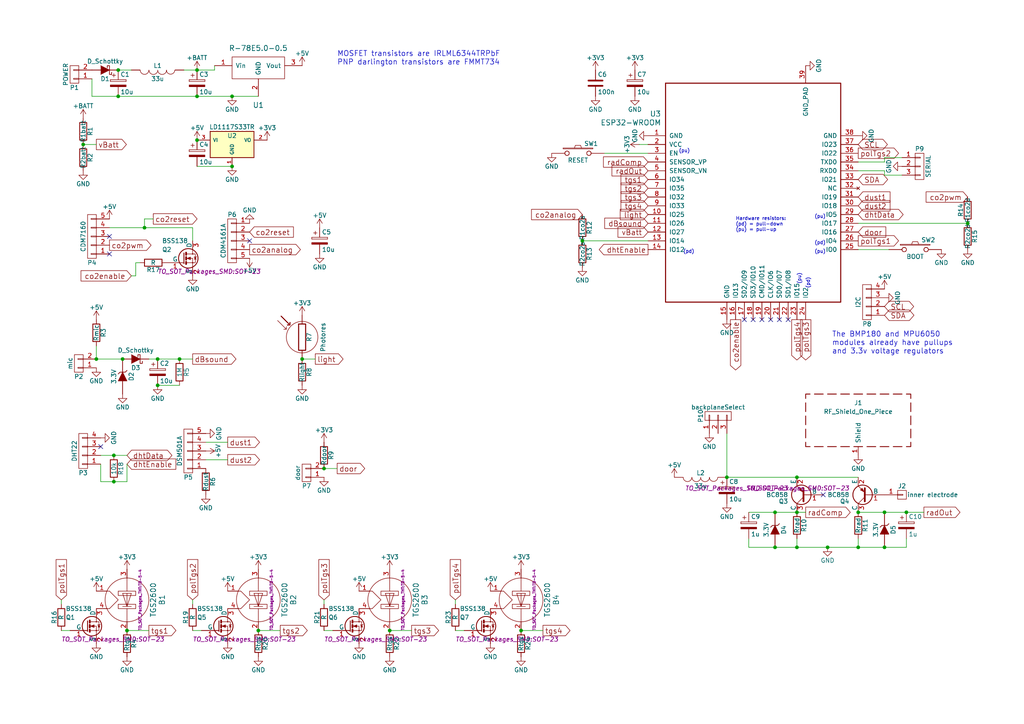
<source format=kicad_sch>
(kicad_sch (version 20230121) (generator eeschema)
  (paper "A4")
  (lib_symbols
    (symbol "uamsense-rescue:+3.3V" (power) (pin_names (offset 0))
      (property "Value" "+3.3V" (at 0 3.556 0))
      (symbol "+3.3V_1_1"
        (pin power_in line (at 0 0 90) (length 0) hide (name "+3V3") (number "1"))
      )
    )
    (symbol "uamsense-rescue:+5V" (power) (pin_names (offset 0))
      (property "Value" "+5V" (at 0 3.556 0))
      (symbol "+5V_1_1"
        (pin power_in line (at 0 0 90) (length 0) hide (name "+5V") (number "1"))
      )
    )
    (symbol "uamsense-rescue:+BATT" (power) (pin_names (offset 0))
      (property "Value" "+BATT" (at 0 3.556 0))
      (symbol "+BATT_1_1"
        (pin power_in line (at 0 0 90) (length 0) hide (name "+BATT") (number "1"))
      )
    )
    (symbol "uamsense-rescue:BC858" (pin_names (offset 0))
      (property "Reference" "Q" (at 5.08 1.905 0))
      (property "Value" "BC858" (at 5.08 0 0))
      (property "Footprint" "SOT-23" (at 5.08 -1.905 0))
      (symbol "BC858_1_1"
        (pin input line (at -5.08 0 0) (length 5.08) (name "B") (number "1"))
        (pin passive line (at 2.54 -5.08 90) (length 2.54) (name "E") (number "2"))
        (pin passive line (at 2.54 5.08 270) (length 2.54) (name "C") (number "3"))
      )
    )
    (symbol "uamsense-rescue:BSS138" (pin_names (offset 0))
      (property "Reference" "Q" (at 5.08 1.905 0))
      (property "Value" "BSS138" (at 5.08 0 0))
      (property "Footprint" "SOT-23" (at 5.08 -1.905 0))
      (symbol "BSS138_1_1"
        (pin passive line (at -5.08 -1.27 0) (length 5.08) (name "G") (number "1"))
        (pin passive line (at 2.54 -5.08 90) (length 2.54) (name "S") (number "2"))
        (pin passive line (at 2.54 5.08 270) (length 2.54) (name "D") (number "3"))
      )
    )
    (symbol "uamsense-rescue:C" (pin_numbers hide) (pin_names (offset 0.254))
      (property "Reference" "C" (at 0.635 2.54 0))
      (property "Value" "C" (at 0.635 -2.54 0))
      (symbol "C_1_1"
        (pin passive line (at 0 3.81 270) (length 2.794) (name "~") (number "1"))
        (pin passive line (at 0 -3.81 90) (length 2.794) (name "~") (number "2"))
      )
    )
    (symbol "uamsense-rescue:CONN_01X01" (pin_names (offset 1.016) hide)
      (property "Reference" "P" (at 0 2.54 0))
      (property "Value" "CONN_01X01" (at 2.54 0 90))
      (symbol "CONN_01X01_1_1"
        (pin passive line (at -5.08 0 0) (length 3.81) (name "P1") (number "1"))
      )
    )
    (symbol "uamsense-rescue:CONN_01X02" (pin_names (offset 1.016) hide)
      (property "Reference" "P" (at 0 3.81 0))
      (property "Value" "CONN_01X02" (at 2.54 0 90))
      (symbol "CONN_01X02_1_1"
        (pin passive line (at -5.08 1.27 0) (length 3.81) (name "P1") (number "1"))
        (pin passive line (at -5.08 -1.27 0) (length 3.81) (name "P2") (number "2"))
      )
    )
    (symbol "uamsense-rescue:CONN_01X03" (pin_names (offset 1.016) hide)
      (property "Reference" "P" (at 0 5.08 0))
      (property "Value" "CONN_01X03" (at 2.54 0 90))
      (symbol "CONN_01X03_1_1"
        (pin passive line (at -5.08 2.54 0) (length 3.81) (name "P1") (number "1"))
        (pin passive line (at -5.08 0 0) (length 3.81) (name "P2") (number "2"))
        (pin passive line (at -5.08 -2.54 0) (length 3.81) (name "P3") (number "3"))
      )
    )
    (symbol "uamsense-rescue:CONN_01X04" (pin_names (offset 1.016) hide)
      (property "Reference" "P" (at 0 6.35 0))
      (property "Value" "CONN_01X04" (at 2.54 0 90))
      (symbol "CONN_01X04_1_1"
        (pin passive line (at -5.08 3.81 0) (length 3.81) (name "P1") (number "1"))
        (pin passive line (at -5.08 1.27 0) (length 3.81) (name "P2") (number "2"))
        (pin passive line (at -5.08 -1.27 0) (length 3.81) (name "P3") (number "3"))
        (pin passive line (at -5.08 -3.81 0) (length 3.81) (name "P4") (number "4"))
      )
    )
    (symbol "uamsense-rescue:CONN_01X05" (pin_names (offset 1.016) hide)
      (property "Reference" "P" (at 0 7.62 0))
      (property "Value" "CONN_01X05" (at 2.54 0 90))
      (symbol "CONN_01X05_1_1"
        (pin passive line (at -5.08 5.08 0) (length 3.81) (name "P1") (number "1"))
        (pin passive line (at -5.08 2.54 0) (length 3.81) (name "P2") (number "2"))
        (pin passive line (at -5.08 0 0) (length 3.81) (name "P3") (number "3"))
        (pin passive line (at -5.08 -2.54 0) (length 3.81) (name "P4") (number "4"))
        (pin passive line (at -5.08 -5.08 0) (length 3.81) (name "P5") (number "5"))
      )
    )
    (symbol "uamsense-rescue:CP" (pin_numbers hide) (pin_names (offset 0.254))
      (property "Reference" "C" (at 0.635 2.54 0))
      (property "Value" "CP" (at 0.635 -2.54 0))
      (symbol "CP_1_1"
        (pin passive line (at 0 3.81 270) (length 2.794) (name "~") (number "1"))
        (pin passive line (at 0 -3.81 90) (length 2.794) (name "~") (number "2"))
      )
    )
    (symbol "uamsense-rescue:D_Schottky" (pin_numbers hide) (pin_names (offset 1.016) hide)
      (property "Reference" "D" (at 0 2.54 0))
      (property "Value" "D_Schottky" (at 0 -2.54 0))
      (symbol "D_Schottky_1_1"
        (pin passive line (at -3.81 0 0) (length 2.54) (name "K") (number "1"))
        (pin passive line (at 3.81 0 180) (length 2.54) (name "A") (number "2"))
      )
    )
    (symbol "uamsense-rescue:ESP32-WROOM" (pin_names (offset 1.016))
      (property "Reference" "U" (at 3.81 6.35 0))
      (property "Value" "ESP32-WROOM" (at 3.81 3.81 0))
      (symbol "ESP32-WROOM_1_1"
        (pin power_in line (at 0 0 0) (length 5.08) (name "GND") (number "1"))
        (pin bidirectional line (at 0 -22.86 0) (length 5.08) (name "IO25") (number "10"))
        (pin input line (at 0 -25.4 0) (length 5.08) (name "IO26") (number "11"))
        (pin bidirectional line (at 0 -27.94 0) (length 5.08) (name "IO27") (number "12"))
        (pin bidirectional line (at 0 -30.48 0) (length 5.08) (name "IO14") (number "13"))
        (pin bidirectional line (at 0 -33.02 0) (length 5.08) (name "IO12") (number "14"))
        (pin power_in line (at 22.86 -53.34 90) (length 5.08) (name "GND") (number "15"))
        (pin bidirectional line (at 25.4 -53.34 90) (length 5.08) (name "IO13") (number "16"))
        (pin bidirectional line (at 27.94 -53.34 90) (length 5.08) (name "SD2/IO9") (number "17"))
        (pin bidirectional line (at 30.48 -53.34 90) (length 5.08) (name "SD3/IO10") (number "18"))
        (pin bidirectional line (at 33.02 -53.34 90) (length 5.08) (name "CMD/IO11") (number "19"))
        (pin power_in line (at 0 -2.54 0) (length 5.08) (name "VCC") (number "2"))
        (pin bidirectional line (at 35.56 -53.34 90) (length 5.08) (name "CLK/IO6") (number "20"))
        (pin bidirectional line (at 38.1 -53.34 90) (length 5.08) (name "SD0/IO7") (number "21"))
        (pin bidirectional line (at 40.64 -53.34 90) (length 5.08) (name "SD1/IO8") (number "22"))
        (pin bidirectional line (at 43.18 -53.34 90) (length 5.08) (name "IO15") (number "23"))
        (pin bidirectional line (at 45.72 -53.34 90) (length 5.08) (name "IO2") (number "24"))
        (pin bidirectional line (at 60.96 -33.02 180) (length 5.08) (name "IO0") (number "25"))
        (pin bidirectional line (at 60.96 -30.48 180) (length 5.08) (name "IO4") (number "26"))
        (pin bidirectional line (at 60.96 -27.94 180) (length 5.08) (name "IO16") (number "27"))
        (pin bidirectional line (at 60.96 -25.4 180) (length 5.08) (name "IO17") (number "28"))
        (pin bidirectional line (at 60.96 -22.86 180) (length 5.08) (name "IO5") (number "29"))
        (pin input line (at 0 -5.08 0) (length 5.08) (name "EN") (number "3"))
        (pin bidirectional line (at 60.96 -20.32 180) (length 5.08) (name "IO18") (number "30"))
        (pin bidirectional line (at 60.96 -17.78 180) (length 5.08) (name "IO19") (number "31"))
        (pin no_connect line (at 60.96 -15.24 180) (length 5.08) (name "NC") (number "32"))
        (pin bidirectional line (at 60.96 -12.7 180) (length 5.08) (name "IO21") (number "33"))
        (pin bidirectional line (at 60.96 -10.16 180) (length 5.08) (name "RXD0") (number "34"))
        (pin bidirectional line (at 60.96 -7.62 180) (length 5.08) (name "TXD0") (number "35"))
        (pin bidirectional line (at 60.96 -5.08 180) (length 5.08) (name "IO22") (number "36"))
        (pin bidirectional line (at 60.96 -2.54 180) (length 5.08) (name "IO23") (number "37"))
        (pin power_in line (at 60.96 0 180) (length 5.08) (name "GND") (number "38"))
        (pin power_in line (at 45.72 20.32 270) (length 5.08) (name "GND_PAD") (number "39"))
        (pin input line (at 0 -7.62 0) (length 5.08) (name "SENSOR_VP") (number "4"))
        (pin input line (at 0 -10.16 0) (length 5.08) (name "SENSOR_VN") (number "5"))
        (pin bidirectional line (at 0 -12.7 0) (length 5.08) (name "IO34") (number "6"))
        (pin bidirectional line (at 0 -15.24 0) (length 5.08) (name "IO35") (number "7"))
        (pin bidirectional line (at 0 -17.78 0) (length 5.08) (name "IO32") (number "8"))
        (pin bidirectional line (at 0 -20.32 0) (length 5.08) (name "IO33") (number "9"))
      )
    )
    (symbol "uamsense-rescue:GND" (power) (pin_names (offset 0))
      (property "Value" "GND" (at 0 -3.81 0))
      (symbol "GND_1_1"
        (pin power_in line (at 0 0 270) (length 0) hide (name "GND") (number "1"))
      )
    )
    (symbol "uamsense-rescue:INDUCTOR" (pin_numbers hide) (pin_names (offset 1.016) hide)
      (property "Reference" "L" (at -1.27 0 90))
      (property "Value" "INDUCTOR" (at 2.54 0 90))
      (symbol "INDUCTOR_1_1"
        (pin passive line (at 0 7.62 270) (length 2.54) (name "1") (number "1"))
        (pin passive line (at 0 -7.62 90) (length 2.54) (name "2") (number "2"))
      )
    )
    (symbol "uamsense-rescue:LD1117S33TR" (pin_names (offset 0.762))
      (property "Reference" "U" (at 0 6.35 0))
      (property "Value" "LD1117S33TR" (at 0 5.08 0))
      (property "Footprint" "SOT-223" (at 0 2.54 0))
      (symbol "LD1117S33TR_1_1"
        (pin power_in line (at 0 -6.35 90) (length 2.54) (name "GND") (number "1"))
        (pin power_out line (at 10.16 1.27 180) (length 3.81) (name "VO") (number "2"))
        (pin power_in line (at -10.16 1.27 0) (length 3.81) (name "VI") (number "3"))
      )
    )
    (symbol "uamsense-rescue:Photores" (pin_numbers hide) (pin_names (offset 0))
      (property "Reference" "R" (at 2.032 0 90))
      (property "Value" "Photores" (at 5.334 0 90))
      (symbol "Photores_1_1"
        (pin passive line (at 0 6.35 270) (length 2.54) (name "~") (number "1"))
        (pin passive line (at 0 -6.35 90) (length 2.54) (name "~") (number "2"))
      )
    )
    (symbol "uamsense-rescue:R" (pin_numbers hide) (pin_names (offset 0))
      (property "Reference" "R" (at 2.032 0 90))
      (property "Value" "R" (at 0 0 90))
      (symbol "R_1_1"
        (pin passive line (at 0 3.81 270) (length 1.27) (name "~") (number "1"))
        (pin passive line (at 0 -3.81 90) (length 1.27) (name "~") (number "2"))
      )
    )
    (symbol "uamsense-rescue:R-78E5.0-0.5" (pin_names (offset 1.016))
      (property "Reference" "U" (at 0 -11.43 0))
      (property "Value" "R-78E5.0-0.5" (at 0 5.08 0))
      (symbol "R-78E5.0-0.5_1_1"
        (pin input line (at -12.7 0 0) (length 5.08) (name "Vin") (number "1"))
        (pin input line (at 0 -8.89 90) (length 5.08) (name "GND") (number "2"))
        (pin input line (at 12.7 0 180) (length 5.08) (name "Vout") (number "3"))
      )
    )
    (symbol "uamsense-rescue:RF_Shield_One_Piece" (pin_names (offset 1.016))
      (property "Reference" "J" (at 0 5.08 0))
      (property "Value" "RF_Shield_One_Piece" (at 0 2.54 0))
      (symbol "RF_Shield_One_Piece_1_1"
        (pin passive line (at 0 -10.16 90) (length 2.54) (name "Shield") (number "1"))
      )
    )
    (symbol "uamsense-rescue:SW_PUSH" (pin_numbers hide) (pin_names (offset 1.016) hide)
      (property "Reference" "SW" (at 3.81 2.794 0))
      (property "Value" "SW_PUSH" (at 0 -2.032 0))
      (symbol "SW_PUSH_0_1"
        (pin passive inverted (at -7.62 0 0) (length 5.08) (name "1") (number "1"))
        (pin passive inverted (at 7.62 0 180) (length 5.08) (name "2") (number "2"))
      )
    )
    (symbol "uamsense-rescue:TGS2600" (pin_names (offset 0) hide)
      (property "Reference" "B" (at 0 10.16 0))
      (property "Value" "TGS2600" (at 0 7.62 0))
      (property "Footprint" "Pkg" (at 3.81 -6.35 0))
      (symbol "TGS2600_1_1"
        (pin input line (at -2.54 -8.89 90) (length 3.175) (name "~") (number "1"))
        (pin input line (at 8.89 0 180) (length 2.54) (name "-") (number "2"))
        (pin input line (at -8.89 0 0) (length 2.54) (name "~") (number "3"))
        (pin input line (at 2.54 -8.89 90) (length 3.175) (name "~") (number "4"))
      )
    )
    (symbol "uamsense-rescue:ZENER" (pin_numbers hide) (pin_names (offset 1.016) hide)
      (property "Reference" "D" (at 0 2.54 0))
      (property "Value" "ZENER" (at 0 -2.54 0))
      (symbol "ZENER_1_1"
        (pin passive line (at -5.08 0 0) (length 3.81) (name "K") (number "1"))
        (pin passive line (at 5.08 0 180) (length 3.81) (name "A") (number "2"))
      )
    )
  )
  (junction (at 45.72 104.14))
  (junction (at 87.63 104.14))
  (junction (at 34.29 20.32))
  (junction (at 210.82 138.43))
  (junction (at 231.14 158.75))
  (junction (at 248.92 148.59))
  (junction (at 33.02 139.7))
  (junction (at 151.13 182.88))
  (junction (at 67.31 48.26))
  (junction (at 248.92 158.75))
  (junction (at 240.03 158.75))
  (junction (at 41.91 66.04))
  (junction (at 35.56 104.14))
  (junction (at 231.14 138.43))
  (junction (at 34.29 27.94))
  (junction (at 36.83 182.88))
  (junction (at 24.13 41.91))
  (junction (at 33.02 132.08))
  (junction (at 57.15 40.64))
  (junction (at 256.54 158.75))
  (junction (at 45.72 111.76))
  (junction (at 280.67 64.77))
  (junction (at 52.07 104.14))
  (junction (at 168.91 69.85))
  (junction (at 57.15 27.94))
  (junction (at 93.98 135.89))
  (junction (at 256.54 148.59))
  (junction (at 262.89 148.59))
  (junction (at 27.94 104.14))
  (junction (at 224.79 148.59))
  (junction (at 74.93 182.88))
  (junction (at 113.03 182.88))
  (junction (at 57.15 20.32))
  (junction (at 67.31 27.94))
  (junction (at 224.79 158.75))
  (junction (at 231.14 148.59))
  (no_connect (at 238.76 143.51))
  (no_connect (at 220.98 92.71))
  (no_connect (at 31.75 73.66))
  (no_connect (at 72.39 69.85))
  (no_connect (at 223.52 92.71))
  (no_connect (at 215.9 92.71))
  (no_connect (at 29.21 129.54))
  (no_connect (at 228.6 92.71))
  (no_connect (at 218.44 92.71))
  (no_connect (at 226.06 92.71))
  (no_connect (at 31.75 68.58))
  (wire (pts (xy 66.04 133.35) (xy 59.69 133.35)))
  (wire (pts (xy 57.15 48.26) (xy 67.31 48.26)))
  (wire (pts (xy 262.89 158.75) (xy 262.89 156.21)))
  (wire (pts (xy 17.78 175.26) (xy 17.78 173.99)))
  (wire (pts (xy 261.62 50.8) (xy 256.54 50.8)))
  (wire (pts (xy 55.88 175.26) (xy 55.88 173.99)))
  (wire (pts (xy 248.92 148.59) (xy 256.54 148.59)))
  (wire (pts (xy 231.14 158.75) (xy 240.03 158.75)))
  (wire (pts (xy 27.94 41.91) (xy 24.13 41.91)))
  (wire (pts (xy 217.17 158.75) (xy 224.79 158.75)))
  (wire (pts (xy 132.08 175.26) (xy 132.08 173.99)))
  (wire (pts (xy 248.92 46.99) (xy 256.54 46.99)))
  (wire (pts (xy 256.54 49.53) (xy 248.92 49.53)))
  (wire (pts (xy 58.42 182.88) (xy 55.88 182.88)))
  (wire (pts (xy 210.82 138.43) (xy 231.14 138.43)))
  (wire (pts (xy 55.88 66.04) (xy 55.88 69.85)))
  (wire (pts (xy 34.29 20.32) (xy 38.1 20.32)))
  (wire (pts (xy 62.23 20.32) (xy 62.23 19.05)))
  (wire (pts (xy 52.07 104.14) (xy 55.88 104.14)))
  (wire (pts (xy 29.21 132.08) (xy 33.02 132.08)))
  (wire (pts (xy 33.02 132.08) (xy 36.83 132.08)))
  (wire (pts (xy 256.54 50.8) (xy 256.54 49.53)))
  (wire (pts (xy 29.21 134.62) (xy 29.21 139.7)))
  (wire (pts (xy 262.89 148.59) (xy 267.97 148.59)))
  (wire (pts (xy 41.91 63.5) (xy 41.91 66.04)))
  (wire (pts (xy 34.29 27.94) (xy 57.15 27.94)))
  (wire (pts (xy 217.17 148.59) (xy 224.79 148.59)))
  (wire (pts (xy 20.32 182.88) (xy 17.78 182.88)))
  (wire (pts (xy 248.92 72.39) (xy 257.81 72.39)))
  (wire (pts (xy 256.54 45.72) (xy 261.62 45.72)))
  (wire (pts (xy 224.79 148.59) (xy 231.14 148.59)))
  (wire (pts (xy 231.14 148.59) (xy 233.68 148.59)))
  (wire (pts (xy 38.1 80.01) (xy 39.37 80.01)))
  (wire (pts (xy 217.17 158.75) (xy 217.17 156.21)))
  (wire (pts (xy 39.37 80.01) (xy 39.37 76.2)))
  (wire (pts (xy 57.15 27.94) (xy 67.31 27.94)))
  (wire (pts (xy 53.34 20.32) (xy 57.15 20.32)))
  (wire (pts (xy 43.18 104.14) (xy 45.72 104.14)))
  (wire (pts (xy 45.72 104.14) (xy 52.07 104.14)))
  (wire (pts (xy 31.75 66.04) (xy 41.91 66.04)))
  (wire (pts (xy 157.48 182.88) (xy 151.13 182.88)))
  (wire (pts (xy 93.98 175.26) (xy 93.98 173.99)))
  (wire (pts (xy 39.37 76.2) (xy 40.64 76.2)))
  (wire (pts (xy 187.96 69.85) (xy 168.91 69.85)))
  (wire (pts (xy 224.79 158.75) (xy 231.14 158.75)))
  (wire (pts (xy 44.45 63.5) (xy 41.91 63.5)))
  (wire (pts (xy 67.31 27.94) (xy 74.93 27.94)))
  (wire (pts (xy 187.96 44.45) (xy 175.26 44.45)))
  (wire (pts (xy 248.92 156.21) (xy 248.92 158.75)))
  (wire (pts (xy 26.67 27.94) (xy 34.29 27.94)))
  (wire (pts (xy 231.14 138.43) (xy 248.92 138.43)))
  (wire (pts (xy 134.62 182.88) (xy 132.08 182.88)))
  (wire (pts (xy 210.82 138.43) (xy 210.82 125.73)))
  (wire (pts (xy 248.92 64.77) (xy 280.67 64.77)))
  (wire (pts (xy 240.03 158.75) (xy 248.92 158.75)))
  (wire (pts (xy 41.91 66.04) (xy 55.88 66.04)))
  (wire (pts (xy 96.52 182.88) (xy 93.98 182.88)))
  (wire (pts (xy 91.44 104.14) (xy 87.63 104.14)))
  (wire (pts (xy 26.67 22.86) (xy 26.67 27.94)))
  (wire (pts (xy 57.15 20.32) (xy 62.23 20.32)))
  (wire (pts (xy 256.54 158.75) (xy 262.89 158.75)))
  (wire (pts (xy 256.54 148.59) (xy 262.89 148.59)))
  (wire (pts (xy 97.79 135.89) (xy 93.98 135.89)))
  (wire (pts (xy 33.02 139.7) (xy 36.83 139.7)))
  (wire (pts (xy 81.28 182.88) (xy 74.93 182.88)))
  (wire (pts (xy 231.14 156.21) (xy 231.14 158.75)))
  (wire (pts (xy 185.42 41.91) (xy 187.96 41.91)))
  (wire (pts (xy 119.38 182.88) (xy 113.03 182.88)))
  (wire (pts (xy 36.83 139.7) (xy 36.83 134.62)))
  (wire (pts (xy 43.18 182.88) (xy 36.83 182.88)))
  (wire (pts (xy 59.69 128.27) (xy 66.04 128.27)))
  (wire (pts (xy 29.21 139.7) (xy 33.02 139.7)))
  (wire (pts (xy 27.94 104.14) (xy 35.56 104.14)))
  (wire (pts (xy 248.92 158.75) (xy 256.54 158.75)))
  (wire (pts (xy 256.54 46.99) (xy 256.54 45.72)))
  (wire (pts (xy 52.07 111.76) (xy 45.72 111.76)))
  (wire (pts (xy 27.94 100.33) (xy 27.94 104.14)))
  (text "Hardware resistors:\n(pd) = pull-down\n(pu) = pull-up" (at 213.36 67.31 0) (effects (font (size 0.9906 0.9906)) (justify left bottom)))
  (text "(pu)" (at 236.22 63.5 0) (effects (font (size 0.9906 0.9906)) (justify left bottom)))
  (text "The BMP180 and MPU6050\nmodules already have pullups\nand 3.3v voltage regulators" (at 241.3 102.87 0) (effects (font (size 1.524 1.524)) (justify left bottom)))
  (text "(pu)" (at 232.41 82.55 90) (effects (font (size 0.9906 0.9906)) (justify left bottom)))
  (text "(pu)" (at 236.22 73.66 0) (effects (font (size 0.9906 0.9906)) (justify left bottom)))
  (text "(pd)" (at 236.22 71.12 0) (effects (font (size 0.9906 0.9906)) (justify left bottom)))
  (text "MOSFET transistors are IRLML6344TRPbF\nPNP darlington transistors are FMMT734" (at 97.79 19.05 0) (effects (font (size 1.524 1.524)) (justify left bottom)))
  (text "(pd)" (at 234.95 83.82 90) (effects (font (size 0.9906 0.9906)) (justify left bottom)))
  (text "(pu)" (at 196.85 44.45 0) (effects (font (size 0.9906 0.9906)) (justify left bottom)))
  (text "(pd)" (at 198.12 73.66 0) (effects (font (size 0.9906 0.9906)) (justify left bottom)))
  (global_label "polTgs3" (shape output) (at 233.68 92.71 270) (effects (font (size 1.524 1.524))) (property "Intersheetrefs" "${INTERSHEET_REFS}" (effects hide)))
  (global_label "radComp" (shape input) (at 187.96 46.99 180) (effects (font (size 1.524 1.524))) (property "Intersheetrefs" "${INTERSHEET_REFS}" (effects hide)))
  (global_label "dhtData" (shape bidirectional) (at 248.92 62.23 0) (effects (font (size 1.524 1.524))) (property "Intersheetrefs" "${INTERSHEET_REFS}" (effects hide)))
  (global_label "dust1" (shape input) (at 248.92 57.15 0) (effects (font (size 1.524 1.524))) (property "Intersheetrefs" "${INTERSHEET_REFS}" (effects hide)))
  (global_label "tgs2" (shape input) (at 187.96 54.61 180) (effects (font (size 1.524 1.524))) (property "Intersheetrefs" "${INTERSHEET_REFS}" (effects hide)))
  (global_label "co2analog" (shape output) (at 72.39 72.39 0) (effects (font (size 1.524 1.524))) (property "Intersheetrefs" "${INTERSHEET_REFS}" (effects hide)))
  (global_label "dust2" (shape output) (at 66.04 133.35 0) (effects (font (size 1.524 1.524))) (property "Intersheetrefs" "${INTERSHEET_REFS}" (effects hide)))
  (global_label "vBatt" (shape input) (at 187.96 67.31 180) (effects (font (size 1.524 1.524))) (property "Intersheetrefs" "${INTERSHEET_REFS}" (effects hide)))
  (global_label "co2pwm" (shape output) (at 31.75 71.12 0) (effects (font (size 1.524 1.524))) (property "Intersheetrefs" "${INTERSHEET_REFS}" (effects hide)))
  (global_label "radComp" (shape output) (at 233.68 148.59 0) (effects (font (size 1.524 1.524))) (property "Intersheetrefs" "${INTERSHEET_REFS}" (effects hide)))
  (global_label "tgs3" (shape output) (at 119.38 182.88 0) (effects (font (size 1.524 1.524))) (property "Intersheetrefs" "${INTERSHEET_REFS}" (effects hide)))
  (global_label "tgs4" (shape output) (at 157.48 182.88 0) (effects (font (size 1.524 1.524))) (property "Intersheetrefs" "${INTERSHEET_REFS}" (effects hide)))
  (global_label "door" (shape output) (at 97.79 135.89 0) (effects (font (size 1.524 1.524))) (property "Intersheetrefs" "${INTERSHEET_REFS}" (effects hide)))
  (global_label "co2reset" (shape input) (at 72.39 67.31 0) (effects (font (size 1.524 1.524))) (property "Intersheetrefs" "${INTERSHEET_REFS}" (effects hide)))
  (global_label "SDA" (shape bidirectional) (at 256.54 91.44 0) (effects (font (size 1.524 1.524))) (property "Intersheetrefs" "${INTERSHEET_REFS}" (effects hide)))
  (global_label "tgs2" (shape output) (at 81.28 182.88 0) (effects (font (size 1.524 1.524))) (property "Intersheetrefs" "${INTERSHEET_REFS}" (effects hide)))
  (global_label "dBsound" (shape output) (at 55.88 104.14 0) (effects (font (size 1.524 1.524))) (property "Intersheetrefs" "${INTERSHEET_REFS}" (effects hide)))
  (global_label "polTgs2" (shape output) (at 248.92 44.45 0) (effects (font (size 1.524 1.524))) (property "Intersheetrefs" "${INTERSHEET_REFS}" (effects hide)))
  (global_label "tgs3" (shape input) (at 187.96 57.15 180) (effects (font (size 1.524 1.524))) (property "Intersheetrefs" "${INTERSHEET_REFS}" (effects hide)))
  (global_label "radOut" (shape input) (at 187.96 49.53 180) (effects (font (size 1.524 1.524))) (property "Intersheetrefs" "${INTERSHEET_REFS}" (effects hide)))
  (global_label "polTgs3" (shape input) (at 93.98 173.99 90) (effects (font (size 1.524 1.524))) (property "Intersheetrefs" "${INTERSHEET_REFS}" (effects hide)))
  (global_label "dhtEnable" (shape output) (at 187.96 72.39 180) (effects (font (size 1.524 1.524))) (property "Intersheetrefs" "${INTERSHEET_REFS}" (effects hide)))
  (global_label "co2enable" (shape input) (at 38.1 80.01 180) (effects (font (size 1.524 1.524))) (property "Intersheetrefs" "${INTERSHEET_REFS}" (effects hide)))
  (global_label "tgs1" (shape output) (at 43.18 182.88 0) (effects (font (size 1.524 1.524))) (property "Intersheetrefs" "${INTERSHEET_REFS}" (effects hide)))
  (global_label "polTgs4" (shape output) (at 231.14 92.71 270) (effects (font (size 1.524 1.524))) (property "Intersheetrefs" "${INTERSHEET_REFS}" (effects hide)))
  (global_label "dhtData" (shape bidirectional) (at 36.83 132.08 0) (effects (font (size 1.524 1.524))) (property "Intersheetrefs" "${INTERSHEET_REFS}" (effects hide)))
  (global_label "polTgs1" (shape output) (at 248.92 69.85 0) (effects (font (size 1.524 1.524))) (property "Intersheetrefs" "${INTERSHEET_REFS}" (effects hide)))
  (global_label "polTgs4" (shape input) (at 132.08 173.99 90) (effects (font (size 1.524 1.524))) (property "Intersheetrefs" "${INTERSHEET_REFS}" (effects hide)))
  (global_label "polTgs2" (shape input) (at 55.88 173.99 90) (effects (font (size 1.524 1.524))) (property "Intersheetrefs" "${INTERSHEET_REFS}" (effects hide)))
  (global_label "SCL" (shape bidirectional) (at 248.92 41.91 0) (effects (font (size 1.524 1.524))) (property "Intersheetrefs" "${INTERSHEET_REFS}" (effects hide)))
  (global_label "tgs4" (shape input) (at 187.96 59.69 180) (effects (font (size 1.524 1.524))) (property "Intersheetrefs" "${INTERSHEET_REFS}" (effects hide)))
  (global_label "dust1" (shape output) (at 66.04 128.27 0) (effects (font (size 1.524 1.524))) (property "Intersheetrefs" "${INTERSHEET_REFS}" (effects hide)))
  (global_label "co2enable" (shape output) (at 213.36 92.71 270) (effects (font (size 1.524 1.524))) (property "Intersheetrefs" "${INTERSHEET_REFS}" (effects hide)))
  (global_label "door" (shape input) (at 248.92 67.31 0) (effects (font (size 1.524 1.524))) (property "Intersheetrefs" "${INTERSHEET_REFS}" (effects hide)))
  (global_label "dust2" (shape input) (at 248.92 59.69 0) (effects (font (size 1.524 1.524))) (property "Intersheetrefs" "${INTERSHEET_REFS}" (effects hide)))
  (global_label "dhtEnable" (shape input) (at 36.83 134.62 0) (effects (font (size 1.524 1.524))) (property "Intersheetrefs" "${INTERSHEET_REFS}" (effects hide)))
  (global_label "light" (shape input) (at 187.96 62.23 180) (effects (font (size 1.524 1.524))) (property "Intersheetrefs" "${INTERSHEET_REFS}" (effects hide)))
  (global_label "co2analog" (shape input) (at 168.91 62.23 180) (effects (font (size 1.524 1.524))) (property "Intersheetrefs" "${INTERSHEET_REFS}" (effects hide)))
  (global_label "SDA" (shape bidirectional) (at 248.92 52.07 0) (effects (font (size 1.524 1.524))) (property "Intersheetrefs" "${INTERSHEET_REFS}" (effects hide)))
  (global_label "light" (shape output) (at 91.44 104.14 0) (effects (font (size 1.524 1.524))) (property "Intersheetrefs" "${INTERSHEET_REFS}" (effects hide)))
  (global_label "co2reset" (shape output) (at 44.45 63.5 0) (effects (font (size 1.524 1.524))) (property "Intersheetrefs" "${INTERSHEET_REFS}" (effects hide)))
  (global_label "polTgs1" (shape input) (at 17.78 173.99 90) (effects (font (size 1.524 1.524))) (property "Intersheetrefs" "${INTERSHEET_REFS}" (effects hide)))
  (global_label "co2pwm" (shape input) (at 280.67 57.15 180) (effects (font (size 1.524 1.524))) (property "Intersheetrefs" "${INTERSHEET_REFS}" (effects hide)))
  (global_label "tgs1" (shape input) (at 187.96 52.07 180) (effects (font (size 1.524 1.524))) (property "Intersheetrefs" "${INTERSHEET_REFS}" (effects hide)))
  (global_label "vBatt" (shape output) (at 27.94 41.91 0) (effects (font (size 1.524 1.524))) (property "Intersheetrefs" "${INTERSHEET_REFS}" (effects hide)))
  (global_label "SCL" (shape bidirectional) (at 256.54 88.9 0) (effects (font (size 1.524 1.524))) (property "Intersheetrefs" "${INTERSHEET_REFS}" (effects hide)))
  (global_label "dBsound" (shape input) (at 187.96 64.77 180) (effects (font (size 1.524 1.524))) (property "Intersheetrefs" "${INTERSHEET_REFS}" (effects hide)))
  (global_label "radOut" (shape output) (at 267.97 148.59 0) (effects (font (size 1.524 1.524))) (property "Intersheetrefs" "${INTERSHEET_REFS}" (effects hide)))
  (symbol (lib_id "uamsense-rescue:LD1117S33TR") (at 67.31 41.91 0) (unit 1)
    (property "Reference" "U2" (at 67.31 39.37 0))
    (property "Value" "LD1117S33TR" (at 67.31 36.83 0))
    (property "Footprint" "TO_SOT_Packages_SMD:SOT-223" (effects hide))
  )
  (symbol (lib_id "uamsense-rescue:ESP32-WROOM") (at 187.96 39.37 0) (unit 1)
    (property "Reference" "U3" (at 191.77 33.02 0) (effects (font (size 1.524 1.524)) (justify right)))
    (property "Value" "ESP32-WROOM" (at 191.77 35.56 0) (effects (font (size 1.524 1.524)) (justify right)))
    (property "Footprint" "esp32:ESP32-WROOM" (effects hide))
  )
  (symbol (lib_id "uamsense-rescue:TGS2600") (at 36.83 173.99 270) (unit 1)
    (property "Reference" "B1" (at 46.99 173.99 0) (effects (font (size 1.524 1.524))))
    (property "Value" "TGS2600" (at 44.45 173.99 0) (effects (font (size 1.524 1.524))))
    (property "Footprint" "TO_SOT_Packages_THT:TO-5-4" (at 40.64 165.1 0) (effects (font (size 0.762 0.762)) (justify left)))
  )
  (symbol (lib_id "uamsense-rescue:RF_Shield_One_Piece") (at 248.92 121.92 0) (unit 1)
    (property "Reference" "J1" (at 248.92 116.84 0))
    (property "Value" "RF_Shield_One_Piece" (at 248.92 119.38 0))
    (property "Footprint" "Shielding_Cabinets:Laird_Technologies_BMI-S-107_44.37x44.37mm" (effects hide))
  )
  (symbol (lib_id "uamsense-rescue:BSS138") (at 25.4 181.61 0) (unit 1)
    (property "Reference" "Q1" (at 19.05 179.07 0) (effects (justify left)))
    (property "Value" "BSS138" (at 19.05 176.53 0) (effects (justify left)))
    (property "Footprint" "TO_SOT_Packages_SMD:SOT-23" (at 17.78 185.42 0) (effects (font italic) (justify left)))
  )
  (symbol (lib_id "uamsense-rescue:CONN_01X04") (at 251.46 87.63 180) (unit 1)
    (property "Reference" "P8" (at 251.46 93.98 0))
    (property "Value" "I2C" (at 248.92 87.63 90))
    (property "Footprint" "Socket_Strips:Socket_Strip_Straight_1x04_Pitch2.54mm" (effects hide))
  )
  (symbol (lib_id "uamsense-rescue:CONN_01X05") (at 26.67 68.58 180) (unit 1)
    (property "Reference" "P4" (at 26.67 76.2 0))
    (property "Value" "CDM7160" (at 24.13 68.58 90))
    (property "Footprint" "Socket_Strips:Socket_Strip_Straight_1x05_Pitch2.54mm" (effects hide))
  )
  (symbol (lib_id "uamsense-rescue:CONN_01X02") (at 21.59 21.59 180) (unit 1)
    (property "Reference" "P1" (at 21.59 25.4 0))
    (property "Value" "POWER" (at 19.05 21.59 90))
    (property "Footprint" "Terminal_Blocks:TerminalBlock_Pheonix_MPT-2.54mm_2pol" (effects hide))
  )
  (symbol (lib_id "uamsense-rescue:CONN_01X02") (at 88.9 137.16 180) (unit 1)
    (property "Reference" "P7" (at 88.9 140.97 0))
    (property "Value" "door" (at 86.36 137.16 90))
    (property "Footprint" "Terminal_Blocks:TerminalBlock_Pheonix_MPT-2.54mm_2pol" (effects hide))
  )
  (symbol (lib_id "uamsense-rescue:CONN_01X02") (at 22.86 105.41 180) (unit 1)
    (property "Reference" "P2" (at 22.86 109.22 0))
    (property "Value" "mic" (at 20.32 105.41 90))
    (property "Footprint" "Socket_Strips:Socket_Strip_Straight_1x02_Pitch2.54mm" (effects hide))
  )
  (symbol (lib_id "uamsense-rescue:+5V") (at 27.94 92.71 0) (unit 1)
    (property "Reference" "#PWR01" (effects hide))
    (property "Value" "+5V" (at 27.94 89.154 0))
  )
  (symbol (lib_id "uamsense-rescue:R") (at 27.94 96.52 0) (unit 1)
    (property "Reference" "R3" (at 29.972 96.52 90))
    (property "Value" "Rmic" (at 27.94 96.52 90))
    (property "Footprint" "Resistors_SMD:R_0805" (effects hide))
  )
  (symbol (lib_id "uamsense-rescue:GND") (at 27.94 106.68 0) (unit 1)
    (property "Reference" "#PWR02" (effects hide))
    (property "Value" "GND" (at 27.94 110.49 0))
  )
  (symbol (lib_id "uamsense-rescue:GND") (at 45.72 111.76 0) (unit 1)
    (property "Reference" "#PWR03" (effects hide))
    (property "Value" "GND" (at 45.72 115.57 0))
  )
  (symbol (lib_id "uamsense-rescue:R") (at 52.07 107.95 0) (unit 1)
    (property "Reference" "R5" (at 54.102 107.95 90))
    (property "Value" "1M" (at 52.07 107.95 90))
    (property "Footprint" "Resistors_SMD:R_0805" (effects hide))
  )
  (symbol (lib_id "uamsense-rescue:CP") (at 45.72 107.95 0) (unit 1)
    (property "Reference" "C2" (at 46.355 105.41 0) (effects (justify left)))
    (property "Value" "10u" (at 46.355 110.49 0) (effects (justify left)))
    (property "Footprint" "Capacitors_SMD:C_1206" (effects hide))
  )
  (symbol (lib_id "uamsense-rescue:ZENER") (at 35.56 109.22 270) (unit 1)
    (property "Reference" "D2" (at 38.1 109.22 0))
    (property "Value" "3.3V" (at 33.02 109.22 0))
    (property "Footprint" "Diodes_SMD:D_1206" (effects hide))
  )
  (symbol (lib_id "uamsense-rescue:GND") (at 35.56 114.3 0) (unit 1)
    (property "Reference" "#PWR04" (effects hide))
    (property "Value" "GND" (at 35.56 118.11 0))
  )
  (symbol (lib_id "uamsense-rescue:CONN_01X05") (at 54.61 130.81 180) (unit 1)
    (property "Reference" "P5" (at 54.61 138.43 0))
    (property "Value" "DSM501A" (at 52.07 130.81 90))
    (property "Footprint" "Socket_Strips:Socket_Strip_Straight_1x05_Pitch2.54mm" (effects hide))
  )
  (symbol (lib_id "uamsense-rescue:CP") (at 34.29 24.13 0) (unit 1)
    (property "Reference" "C1" (at 34.925 21.59 0) (effects (justify left)))
    (property "Value" "10u" (at 34.925 26.67 0) (effects (justify left)))
    (property "Footprint" "Capacitors_SMD:C_1206" (effects hide))
  )
  (symbol (lib_id "uamsense-rescue:CP") (at 57.15 24.13 0) (unit 1)
    (property "Reference" "C3" (at 57.785 21.59 0) (effects (justify left)))
    (property "Value" "10u" (at 57.785 26.67 0) (effects (justify left)))
    (property "Footprint" "Capacitors_SMD:C_1206" (effects hide))
  )
  (symbol (lib_id "uamsense-rescue:INDUCTOR") (at 45.72 20.32 270) (unit 1)
    (property "Reference" "L1" (at 45.72 19.05 90))
    (property "Value" "33u" (at 45.72 22.86 90))
    (property "Footprint" "Inductors_NEOSID:Neosid_Inductor_SM-NE30_SMD1210" (effects hide))
  )
  (symbol (lib_id "uamsense-rescue:GND") (at 67.31 27.94 0) (unit 1)
    (property "Reference" "#PWR05" (effects hide))
    (property "Value" "GND" (at 67.31 31.75 0))
  )
  (symbol (lib_id "uamsense-rescue:+5V") (at 87.63 19.05 0) (unit 1)
    (property "Reference" "#PWR06" (effects hide))
    (property "Value" "+5V" (at 87.63 15.494 0))
  )
  (symbol (lib_id "uamsense-rescue:CP") (at 57.15 44.45 0) (unit 1)
    (property "Reference" "C4" (at 57.785 41.91 0) (effects (justify left)))
    (property "Value" "10u" (at 57.785 46.99 0) (effects (justify left)))
    (property "Footprint" "Capacitors_SMD:C_1206" (effects hide))
  )
  (symbol (lib_id "uamsense-rescue:CP") (at 184.15 24.13 0) (unit 1)
    (property "Reference" "C7" (at 184.785 21.59 0) (effects (justify left)))
    (property "Value" "10u" (at 184.785 26.67 0) (effects (justify left)))
    (property "Footprint" "Capacitors_SMD:C_1206" (effects hide))
  )
  (symbol (lib_id "uamsense-rescue:+3.3V") (at 184.15 20.32 0) (unit 1)
    (property "Reference" "#PWR07" (effects hide))
    (property "Value" "+3.3V" (at 184.15 16.764 0))
  )
  (symbol (lib_id "uamsense-rescue:GND") (at 184.15 27.94 0) (unit 1)
    (property "Reference" "#PWR08" (effects hide))
    (property "Value" "GND" (at 184.15 31.75 0))
  )
  (symbol (lib_id "uamsense-rescue:GND") (at 187.96 39.37 270) (unit 1)
    (property "Reference" "#PWR09" (effects hide))
    (property "Value" "GND" (at 184.15 39.37 0))
  )
  (symbol (lib_id "uamsense-rescue:+3.3V") (at 185.42 41.91 90) (unit 1)
    (property "Reference" "#PWR010" (effects hide))
    (property "Value" "+3.3V" (at 181.864 41.91 0))
  )
  (symbol (lib_id "uamsense-rescue:GND") (at 67.31 48.26 0) (unit 1)
    (property "Reference" "#PWR011" (effects hide))
    (property "Value" "GND" (at 67.31 52.07 0))
  )
  (symbol (lib_id "uamsense-rescue:+5V") (at 57.15 40.64 0) (unit 1)
    (property "Reference" "#PWR012" (effects hide))
    (property "Value" "+5V" (at 57.15 37.084 0))
  )
  (symbol (lib_id "uamsense-rescue:+3.3V") (at 77.47 40.64 0) (unit 1)
    (property "Reference" "#PWR013" (effects hide))
    (property "Value" "+3.3V" (at 77.47 37.084 0))
  )
  (symbol (lib_id "uamsense-rescue:+5V") (at 27.94 171.45 0) (unit 1)
    (property "Reference" "#PWR014" (effects hide))
    (property "Value" "+5V" (at 27.94 167.894 0))
  )
  (symbol (lib_id "uamsense-rescue:R") (at 36.83 186.69 0) (unit 1)
    (property "Reference" "R4" (at 38.862 186.69 90))
    (property "Value" "Rtgs" (at 36.83 186.69 90))
    (property "Footprint" "Resistors_Universal:Resistor_SMD+THTuniversal_0805to1206_RM10_HandSoldering" (effects hide))
  )
  (symbol (lib_id "uamsense-rescue:GND") (at 36.83 190.5 0) (unit 1)
    (property "Reference" "#PWR015" (effects hide))
    (property "Value" "GND" (at 36.83 194.31 0))
  )
  (symbol (lib_id "uamsense-rescue:GND") (at 27.94 186.69 0) (unit 1)
    (property "Reference" "#PWR016" (effects hide))
    (property "Value" "GND" (at 27.94 190.5 0))
  )
  (symbol (lib_id "uamsense-rescue:BSS138") (at 53.34 74.93 0) (unit 1)
    (property "Reference" "Q2" (at 46.99 72.39 0) (effects (justify left)))
    (property "Value" "BSS138" (at 46.99 69.85 0) (effects (justify left)))
    (property "Footprint" "TO_SOT_Packages_SMD:SOT-23" (at 45.72 78.74 0) (effects (font italic) (justify left)))
  )
  (symbol (lib_id "uamsense-rescue:CONN_01X04") (at 24.13 130.81 180) (unit 1)
    (property "Reference" "P3" (at 24.13 137.16 0))
    (property "Value" "DHT22" (at 21.59 130.81 90))
    (property "Footprint" "Socket_Strips:Socket_Strip_Straight_1x04_Pitch2.54mm" (effects hide))
  )
  (symbol (lib_id "uamsense-rescue:CONN_01X05") (at 67.31 69.85 0) (mirror y) (unit 1)
    (property "Reference" "P6" (at 67.31 62.23 0))
    (property "Value" "CDM4161A" (at 64.77 69.85 90))
    (property "Footprint" "Socket_Strips:Socket_Strip_Angled_1x05_Pitch2.54mm" (effects hide))
  )
  (symbol (lib_id "uamsense-rescue:+5V") (at 72.39 74.93 180) (unit 1)
    (property "Reference" "#PWR017" (effects hide))
    (property "Value" "+5V" (at 72.39 78.486 0))
  )
  (symbol (lib_id "uamsense-rescue:GND") (at 72.39 64.77 180) (unit 1)
    (property "Reference" "#PWR018" (effects hide))
    (property "Value" "GND" (at 72.39 60.96 0))
  )
  (symbol (lib_id "uamsense-rescue:R") (at 59.69 139.7 0) (unit 1)
    (property "Reference" "R6" (at 61.722 139.7 90))
    (property "Value" "Rdust" (at 59.69 139.7 90))
    (property "Footprint" "Resistors_SMD:R_0805" (effects hide))
  )
  (symbol (lib_id "uamsense-rescue:GND") (at 59.69 143.51 0) (unit 1)
    (property "Reference" "#PWR019" (effects hide))
    (property "Value" "GND" (at 59.69 147.32 0))
  )
  (symbol (lib_id "uamsense-rescue:GND") (at 59.69 125.73 90) (unit 1)
    (property "Reference" "#PWR020" (effects hide))
    (property "Value" "GND" (at 63.5 125.73 0))
  )
  (symbol (lib_id "uamsense-rescue:+5V") (at 59.69 130.81 270) (unit 1)
    (property "Reference" "#PWR021" (effects hide))
    (property "Value" "+5V" (at 63.246 130.81 0))
  )
  (symbol (lib_id "uamsense-rescue:+5V") (at 31.75 63.5 0) (unit 1)
    (property "Reference" "#PWR022" (effects hide))
    (property "Value" "+5V" (at 31.75 59.944 0))
  )
  (symbol (lib_id "uamsense-rescue:GND") (at 55.88 80.01 0) (unit 1)
    (property "Reference" "#PWR023" (effects hide))
    (property "Value" "GND" (at 55.88 83.82 0))
  )
  (symbol (lib_id "uamsense-rescue:GND") (at 29.21 127 90) (unit 1)
    (property "Reference" "#PWR024" (effects hide))
    (property "Value" "GND" (at 33.02 127 0))
  )
  (symbol (lib_id "uamsense-rescue:R") (at 93.98 132.08 0) (unit 1)
    (property "Reference" "R9" (at 96.012 132.08 90))
    (property "Value" "Rdoor" (at 93.98 132.08 90))
    (property "Footprint" "Resistors_SMD:R_0805" (effects hide))
  )
  (symbol (lib_id "uamsense-rescue:+3.3V") (at 93.98 128.27 0) (unit 1)
    (property "Reference" "#PWR025" (effects hide))
    (property "Value" "+3.3V" (at 93.98 124.714 0))
  )
  (symbol (lib_id "uamsense-rescue:GND") (at 93.98 138.43 0) (unit 1)
    (property "Reference" "#PWR026" (effects hide))
    (property "Value" "GND" (at 93.98 142.24 0))
  )
  (symbol (lib_id "uamsense-rescue:+3.3V") (at 36.83 165.1 0) (unit 1)
    (property "Reference" "#PWR027" (effects hide))
    (property "Value" "+3.3V" (at 36.83 161.544 0))
  )
  (symbol (lib_id "uamsense-rescue:GND") (at 240.03 158.75 0) (unit 1)
    (property "Reference" "#PWR028" (effects hide))
    (property "Value" "GND" (at 240.03 162.56 0))
  )
  (symbol (lib_id "uamsense-rescue:R") (at 231.14 152.4 0) (unit 1)
    (property "Reference" "R10" (at 233.172 152.4 90))
    (property "Value" "Rrad" (at 231.14 152.4 90))
    (property "Footprint" "Resistors_SMD:R_0805" (effects hide))
  )
  (symbol (lib_id "uamsense-rescue:R") (at 248.92 152.4 0) (unit 1)
    (property "Reference" "R11" (at 250.952 152.4 90))
    (property "Value" "Rrad" (at 248.92 152.4 90))
    (property "Footprint" "Resistors_SMD:R_0805" (effects hide))
  )
  (symbol (lib_id "uamsense-rescue:+5V") (at 195.58 138.43 0) (unit 1)
    (property "Reference" "#PWR029" (effects hide))
    (property "Value" "+5V" (at 195.58 134.874 0))
  )
  (symbol (lib_id "uamsense-rescue:BC858") (at 251.46 143.51 180) (unit 1)
    (property "Reference" "Q4" (at 246.38 145.415 0) (effects (justify left)))
    (property "Value" "BC858" (at 246.38 143.51 0) (effects (justify left)))
    (property "Footprint" "TO_SOT_Packages_SMD:SOT-23" (at 246.38 141.605 0) (effects (font italic) (justify left)))
  )
  (symbol (lib_id "uamsense-rescue:BC858") (at 233.68 143.51 180) (unit 1)
    (property "Reference" "Q3" (at 228.6 145.415 0) (effects (justify left)))
    (property "Value" "BC858" (at 228.6 143.51 0) (effects (justify left)))
    (property "Footprint" "TO_SOT_Packages_SMD:SOT-23" (at 228.6 141.605 0) (effects (font italic) (justify left)))
  )
  (symbol (lib_id "uamsense-rescue:INDUCTOR") (at 203.2 138.43 270) (unit 1)
    (property "Reference" "L2" (at 203.2 137.16 90))
    (property "Value" "33u" (at 203.2 140.97 90))
    (property "Footprint" "Inductors_NEOSID:Neosid_Inductor_SM-NE30_SMD1210" (effects hide))
  )
  (symbol (lib_id "uamsense-rescue:CP") (at 210.82 142.24 0) (unit 1)
    (property "Reference" "C8" (at 211.455 139.7 0) (effects (justify left)))
    (property "Value" "10u" (at 211.455 144.78 0) (effects (justify left)))
    (property "Footprint" "Capacitors_SMD:C_1206" (effects hide))
  )
  (symbol (lib_id "uamsense-rescue:GND") (at 210.82 146.05 0) (unit 1)
    (property "Reference" "#PWR030" (effects hide))
    (property "Value" "GND" (at 210.82 149.86 0))
  )
  (symbol (lib_id "uamsense-rescue:ZENER") (at 224.79 153.67 270) (unit 1)
    (property "Reference" "D4" (at 227.33 153.67 0))
    (property "Value" "3.3V" (at 222.25 153.67 0))
    (property "Footprint" "Diodes_SMD:D_1206" (effects hide))
  )
  (symbol (lib_id "uamsense-rescue:ZENER") (at 256.54 153.67 270) (unit 1)
    (property "Reference" "D5" (at 259.08 153.67 0))
    (property "Value" "3.3V" (at 254 153.67 0))
    (property "Footprint" "Diodes_SMD:D_1206" (effects hide))
  )
  (symbol (lib_id "uamsense-rescue:CP") (at 217.17 152.4 0) (unit 1)
    (property "Reference" "C9" (at 217.805 149.86 0) (effects (justify left)))
    (property "Value" "1u" (at 217.805 154.94 0) (effects (justify left)))
    (property "Footprint" "Capacitors_SMD:C_0805" (effects hide))
  )
  (symbol (lib_id "uamsense-rescue:CP") (at 262.89 152.4 0) (unit 1)
    (property "Reference" "C10" (at 263.525 149.86 0) (effects (justify left)))
    (property "Value" "1u" (at 263.525 154.94 0) (effects (justify left)))
    (property "Footprint" "Capacitors_SMD:C_0805" (effects hide))
  )
  (symbol (lib_id "uamsense-rescue:R-78E5.0-0.5") (at 74.93 19.05 0) (unit 1)
    (property "Reference" "U1" (at 74.93 30.48 0) (effects (font (size 1.524 1.524))))
    (property "Value" "R-78E5.0-0.5" (at 74.93 13.97 0) (effects (font (size 1.524 1.524))))
    (property "Footprint" "mplewis:R-78E5.0-0.5" (effects hide))
  )
  (symbol (lib_id "uamsense-rescue:CONN_01X03") (at 266.7 48.26 0) (unit 1)
    (property "Reference" "P9" (at 266.7 43.18 0))
    (property "Value" "SERIAL" (at 269.24 48.26 90))
    (property "Footprint" "Pin_Headers:Pin_Header_Straight_1x03_Pitch2.54mm" (effects hide))
  )
  (symbol (lib_id "uamsense-rescue:GND") (at 261.62 48.26 270) (unit 1)
    (property "Reference" "#PWR031" (effects hide))
    (property "Value" "GND" (at 257.81 48.26 0))
  )
  (symbol (lib_id "uamsense-rescue:GND") (at 248.92 39.37 90) (unit 1)
    (property "Reference" "#PWR032" (effects hide))
    (property "Value" "GND" (at 252.73 39.37 0))
  )
  (symbol (lib_id "uamsense-rescue:R") (at 44.45 76.2 270) (unit 1)
    (property "Reference" "R17" (at 44.45 78.232 90))
    (property "Value" "R" (at 44.45 76.2 90))
    (property "Footprint" "Resistors_SMD:R_0805" (effects hide))
  )
  (symbol (lib_id "uamsense-rescue:R") (at 17.78 179.07 180) (unit 1)
    (property "Reference" "R16" (at 15.748 179.07 90))
    (property "Value" "R" (at 17.78 179.07 90))
    (property "Footprint" "Resistors_SMD:R_0805" (effects hide))
  )
  (symbol (lib_id "uamsense-rescue:GND") (at 256.54 86.36 90) (unit 1)
    (property "Reference" "#PWR033" (effects hide))
    (property "Value" "GND" (at 260.35 86.36 0))
  )
  (symbol (lib_id "uamsense-rescue:+5V") (at 256.54 83.82 0) (unit 1)
    (property "Reference" "#PWR034" (effects hide))
    (property "Value" "+5V" (at 256.54 80.264 0))
  )
  (symbol (lib_id "uamsense-rescue:SW_PUSH") (at 265.43 72.39 0) (unit 1)
    (property "Reference" "SW2" (at 269.24 69.596 0))
    (property "Value" "BOOT" (at 265.43 74.422 0))
    (property "Footprint" "Buttons_Switches_SMD:SW_SPST_EVQQ2" (effects hide))
  )
  (symbol (lib_id "uamsense-rescue:GND") (at 273.05 72.39 0) (unit 1)
    (property "Reference" "#PWR035" (effects hide))
    (property "Value" "GND" (at 273.05 76.2 0))
  )
  (symbol (lib_id "uamsense-rescue:GND") (at 248.92 132.08 0) (unit 1)
    (property "Reference" "#PWR050" (effects hide))
    (property "Value" "GND" (at 248.92 135.89 0))
  )
  (symbol (lib_id "uamsense-rescue:GND") (at 233.68 19.05 90) (unit 1)
    (property "Reference" "#PWR036" (effects hide))
    (property "Value" "GND" (at 237.49 19.05 0))
  )
  (symbol (lib_id "uamsense-rescue:CONN_01X01") (at 261.62 143.51 0) (unit 1)
    (property "Reference" "J2" (at 261.62 140.97 0))
    (property "Value" "inner electrode" (at 270.51 143.51 0))
    (property "Footprint" "Measurement_Points:Measurement_Point_Round-SMD-Pad_Small" (effects hide))
  )
  (symbol (lib_id "uamsense-rescue:Photores") (at 87.63 97.79 0) (unit 1)
    (property "Reference" "R7" (at 89.662 97.79 90))
    (property "Value" "Photores" (at 92.964 97.79 90) (effects (justify top)))
    (property "Footprint" "Resistors_ThroughHole:R_Radial_Power_L12.0mm_W8.0mm_P5.00mm" (effects hide))
  )
  (symbol (lib_id "uamsense-rescue:R") (at 87.63 107.95 0) (unit 1)
    (property "Reference" "R8" (at 89.662 107.95 90))
    (property "Value" "Rlight" (at 87.63 107.95 90))
    (property "Footprint" "Resistors_SMD:R_0805" (effects hide))
  )
  (symbol (lib_id "uamsense-rescue:+3.3V") (at 87.63 91.44 0) (unit 1)
    (property "Reference" "#PWR037" (effects hide))
    (property "Value" "+3.3V" (at 87.63 87.884 0))
  )
  (symbol (lib_id "uamsense-rescue:GND") (at 87.63 111.76 0) (unit 1)
    (property "Reference" "#PWR038" (effects hide))
    (property "Value" "GND" (at 87.63 115.57 0))
  )
  (symbol (lib_id "uamsense-rescue:+5V") (at 92.71 66.04 0) (unit 1)
    (property "Reference" "#PWR039" (effects hide))
    (property "Value" "+5V" (at 92.71 62.484 0))
  )
  (symbol (lib_id "uamsense-rescue:CP") (at 92.71 69.85 0) (unit 1)
    (property "Reference" "C5" (at 93.345 67.31 0) (effects (justify left)))
    (property "Value" "10u" (at 93.345 72.39 0) (effects (justify left)))
    (property "Footprint" "Capacitors_SMD:C_1206" (effects hide))
  )
  (symbol (lib_id "uamsense-rescue:GND") (at 92.71 73.66 0) (unit 1)
    (property "Reference" "#PWR040" (effects hide))
    (property "Value" "GND" (at 92.71 77.47 0))
  )
  (symbol (lib_id "uamsense-rescue:D_Schottky") (at 30.48 20.32 180) (unit 1)
    (property "Reference" "D1" (at 30.48 22.86 0))
    (property "Value" "D_Schottky" (at 30.48 17.78 0))
    (property "Footprint" "Diodes_SMD:D_SMA_Standard" (effects hide))
  )
  (symbol (lib_id "uamsense-rescue:+BATT") (at 57.15 20.32 0) (unit 1)
    (property "Reference" "#PWR041" (effects hide))
    (property "Value" "+BATT" (at 57.15 16.764 0))
  )
  (symbol (lib_id "uamsense-rescue:+BATT") (at 24.13 34.29 0) (unit 1)
    (property "Reference" "#PWR042" (effects hide))
    (property "Value" "+BATT" (at 24.13 30.734 0))
  )
  (symbol (lib_id "uamsense-rescue:R") (at 33.02 135.89 0) (unit 1)
    (property "Reference" "R18" (at 35.052 135.89 90))
    (property "Value" "10k" (at 33.02 135.89 90))
    (property "Footprint" "Resistors_SMD:R_0805" (effects hide))
  )
  (symbol (lib_id "uamsense-rescue:R") (at 24.13 38.1 0) (unit 1)
    (property "Reference" "R1" (at 26.162 38.1 90))
    (property "Value" "R1batt" (at 24.13 38.1 90))
    (property "Footprint" "Resistors_SMD:R_0805" (effects hide))
  )
  (symbol (lib_id "uamsense-rescue:R") (at 24.13 45.72 0) (unit 1)
    (property "Reference" "R2" (at 26.162 45.72 90))
    (property "Value" "R2batt" (at 24.13 45.72 90))
    (property "Footprint" "Resistors_SMD:R_0805" (effects hide))
  )
  (symbol (lib_id "uamsense-rescue:GND") (at 24.13 49.53 0) (unit 1)
    (property "Reference" "#PWR043" (effects hide))
    (property "Value" "GND" (at 24.13 53.34 0))
  )
  (symbol (lib_id "uamsense-rescue:C") (at 172.72 24.13 0) (unit 1)
    (property "Reference" "C6" (at 173.355 21.59 0) (effects (justify left)))
    (property "Value" "100n" (at 173.355 26.67 0) (effects (justify left)))
    (property "Footprint" "Capacitors_SMD:C_0805" (effects hide))
  )
  (symbol (lib_id "uamsense-rescue:GND") (at 172.72 27.94 0) (unit 1)
    (property "Reference" "#PWR044" (effects hide))
    (property "Value" "GND" (at 172.72 31.75 0))
  )
  (symbol (lib_id "uamsense-rescue:+3.3V") (at 172.72 20.32 0) (unit 1)
    (property "Reference" "#PWR045" (effects hide))
    (property "Value" "+3.3V" (at 172.72 16.764 0))
  )
  (symbol (lib_id "uamsense-rescue:TGS2600") (at 74.93 173.99 270) (unit 1)
    (property "Reference" "B2" (at 85.09 173.99 0) (effects (font (size 1.524 1.524))))
    (property "Value" "TGS2600" (at 82.55 173.99 0) (effects (font (size 1.524 1.524))))
    (property "Footprint" "TO_SOT_Packages_THT:TO-5-4" (at 78.74 165.1 0) (effects (font (size 0.762 0.762)) (justify left)))
  )
  (symbol (lib_id "uamsense-rescue:BSS138") (at 63.5 181.61 0) (unit 1)
    (property "Reference" "Q5" (at 57.15 179.07 0) (effects (justify left)))
    (property "Value" "BSS138" (at 57.15 176.53 0) (effects (justify left)))
    (property "Footprint" "TO_SOT_Packages_SMD:SOT-23" (at 55.88 185.42 0) (effects (font italic) (justify left)))
  )
  (symbol (lib_id "uamsense-rescue:+5V") (at 66.04 171.45 0) (unit 1)
    (property "Reference" "#PWR051" (effects hide))
    (property "Value" "+5V" (at 66.04 167.894 0))
  )
  (symbol (lib_id "uamsense-rescue:R") (at 74.93 186.69 0) (unit 1)
    (property "Reference" "R20" (at 76.962 186.69 90))
    (property "Value" "Rtgs" (at 74.93 186.69 90))
    (property "Footprint" "Resistors_Universal:Resistor_SMD+THTuniversal_0805to1206_RM10_HandSoldering" (effects hide))
  )
  (symbol (lib_id "uamsense-rescue:GND") (at 74.93 190.5 0) (unit 1)
    (property "Reference" "#PWR052" (effects hide))
    (property "Value" "GND" (at 74.93 194.31 0))
  )
  (symbol (lib_id "uamsense-rescue:GND") (at 66.04 186.69 0) (unit 1)
    (property "Reference" "#PWR053" (effects hide))
    (property "Value" "GND" (at 66.04 190.5 0))
  )
  (symbol (lib_id "uamsense-rescue:+3.3V") (at 74.93 165.1 0) (unit 1)
    (property "Reference" "#PWR054" (effects hide))
    (property "Value" "+3.3V" (at 74.93 161.544 0))
  )
  (symbol (lib_id "uamsense-rescue:R") (at 55.88 179.07 180) (unit 1)
    (property "Reference" "R19" (at 53.848 179.07 90))
    (property "Value" "R" (at 55.88 179.07 90))
    (property "Footprint" "Resistors_SMD:R_0805" (effects hide))
  )
  (symbol (lib_id "uamsense-rescue:SW_PUSH") (at 167.64 44.45 0) (unit 1)
    (property "Reference" "SW1" (at 171.45 41.656 0))
    (property "Value" "RESET" (at 167.64 46.482 0))
    (property "Footprint" "Buttons_Switches_SMD:SW_SPST_EVQQ2" (effects hide))
  )
  (symbol (lib_id "uamsense-rescue:TGS2600") (at 113.03 173.99 270) (unit 1)
    (property "Reference" "B3" (at 123.19 173.99 0) (effects (font (size 1.524 1.524))))
    (property "Value" "TGS2600" (at 120.65 173.99 0) (effects (font (size 1.524 1.524))))
    (property "Footprint" "TO_SOT_Packages_THT:TO-5-4" (at 116.84 165.1 0) (effects (font (size 0.762 0.762)) (justify left)))
  )
  (symbol (lib_id "uamsense-rescue:BSS138") (at 101.6 181.61 0) (unit 1)
    (property "Reference" "Q6" (at 95.25 179.07 0) (effects (justify left)))
    (property "Value" "BSS138" (at 95.25 176.53 0) (effects (justify left)))
    (property "Footprint" "TO_SOT_Packages_SMD:SOT-23" (at 93.98 185.42 0) (effects (font italic) (justify left)))
  )
  (symbol (lib_id "uamsense-rescue:+5V") (at 104.14 171.45 0) (unit 1)
    (property "Reference" "#PWR055" (effects hide))
    (property "Value" "+5V" (at 104.14 167.894 0))
  )
  (symbol (lib_id "uamsense-rescue:R") (at 113.03 186.69 0) (unit 1)
    (property "Reference" "R22" (at 115.062 186.69 90))
    (property "Value" "Rtgs" (at 113.03 186.69 90))
    (property "Footprint" "Resistors_Universal:Resistor_SMD+THTuniversal_0805to1206_RM10_HandSoldering" (effects hide))
  )
  (symbol (lib_id "uamsense-rescue:GND") (at 113.03 190.5 0) (unit 1)
    (property "Reference" "#PWR056" (effects hide))
    (property "Value" "GND" (at 113.03 194.31 0))
  )
  (symbol (lib_id "uamsense-rescue:GND") (at 104.14 186.69 0) (unit 1)
    (property "Reference" "#PWR057" (effects hide))
    (property "Value" "GND" (at 104.14 190.5 0))
  )
  (symbol (lib_id "uamsense-rescue:+3.3V") (at 113.03 165.1 0) (unit 1)
    (property "Reference" "#PWR058" (effects hide))
    (property "Value" "+3.3V" (at 113.03 161.544 0))
  )
  (symbol (lib_id "uamsense-rescue:R") (at 93.98 179.07 180) (unit 1)
    (property "Reference" "R21" (at 91.948 179.07 90))
    (property "Value" "R" (at 93.98 179.07 90))
    (property "Footprint" "Resistors_SMD:R_0805" (effects hide))
  )
  (symbol (lib_id "uamsense-rescue:TGS2600") (at 151.13 173.99 270) (unit 1)
    (property "Reference" "B4" (at 161.29 173.99 0) (effects (font (size 1.524 1.524))))
    (property "Value" "TGS2600" (at 158.75 173.99 0) (effects (font (size 1.524 1.524))))
    (property "Footprint" "TO_SOT_Packages_THT:TO-5-4" (at 154.94 165.1 0) (effects (font (size 0.762 0.762)) (justify left)))
  )
  (symbol (lib_id "uamsense-rescue:BSS138") (at 139.7 181.61 0) (unit 1)
    (property "Reference" "Q7" (at 133.35 179.07 0) (effects (justify left)))
    (property "Value" "BSS138" (at 133.35 176.53 0) (effects (justify left)))
    (property "Footprint" "TO_SOT_Packages_SMD:SOT-23" (at 132.08 185.42 0) (effects (font italic) (justify left)))
  )
  (symbol (lib_id "uamsense-rescue:+5V") (at 142.24 171.45 0) (unit 1)
    (property "Reference" "#PWR059" (effects hide))
    (property "Value" "+5V" (at 142.24 167.894 0))
  )
  (symbol (lib_id "uamsense-rescue:R") (at 151.13 186.69 0) (unit 1)
    (property "Reference" "R24" (at 153.162 186.69 90))
    (property "Value" "Rtgs" (at 151.13 186.69 90))
    (property "Footprint" "Resistors_Universal:Resistor_SMD+THTuniversal_0805to1206_RM10_HandSoldering" (effects hide))
  )
  (symbol (lib_id "uamsense-rescue:GND") (at 151.13 190.5 0) (unit 1)
    (property "Reference" "#PWR060" (effects hide))
    (property "Value" "GND" (at 151.13 194.31 0))
  )
  (symbol (lib_id "uamsense-rescue:GND") (at 142.24 186.69 0) (unit 1)
    (property "Reference" "#PWR061" (effects hide))
    (property "Value" "GND" (at 142.24 190.5 0))
  )
  (symbol (lib_id "uamsense-rescue:+3.3V") (at 151.13 165.1 0) (unit 1)
    (property "Reference" "#PWR062" (effects hide))
    (property "Value" "+3.3V" (at 151.13 161.544 0))
  )
  (symbol (lib_id "uamsense-rescue:R") (at 132.08 179.07 180) (unit 1)
    (property "Reference" "R23" (at 130.048 179.07 90))
    (property "Value" "R" (at 132.08 179.07 90))
    (property "Footprint" "Resistors_SMD:R_0805" (effects hide))
  )
  (symbol (lib_id "uamsense-rescue:GND") (at 160.02 44.45 0) (unit 1)
    (property "Reference" "#PWR046" (effects hide))
    (property "Value" "GND" (at 160.02 48.26 0))
  )
  (symbol (lib_id "uamsense-rescue:CONN_01X03") (at 208.28 120.65 90) (unit 1)
    (property "Reference" "P10" (at 203.2 120.65 0))
    (property "Value" "backplaneSelect" (at 208.28 118.11 90))
    (property "Footprint" "Pin_Headers:Pin_Header_Straight_1x03_Pitch2.54mm" (effects hide))
  )
  (symbol (lib_id "uamsense-rescue:GND") (at 205.74 125.73 0) (unit 1)
    (property "Reference" "#PWR063" (effects hide))
    (property "Value" "GND" (at 205.74 129.54 0))
  )
  (symbol (lib_id "uamsense-rescue:GND") (at 210.82 92.71 0) (unit 1)
    (property "Reference" "#PWR047" (effects hide))
    (property "Value" "GND" (at 210.82 96.52 0))
  )
  (symbol (lib_id "uamsense-rescue:R") (at 168.91 66.04 0) (unit 1)
    (property "Reference" "R12" (at 170.942 66.04 90))
    (property "Value" "R1co2a" (at 168.91 66.04 90))
    (property "Footprint" "Resistors_SMD:R_0805" (effects hide))
  )
  (symbol (lib_id "uamsense-rescue:R") (at 168.91 73.66 0) (unit 1)
    (property "Reference" "R13" (at 170.942 73.66 90))
    (property "Value" "R2co2a" (at 168.91 73.66 90))
    (property "Footprint" "Resistors_SMD:R_0805" (effects hide))
  )
  (symbol (lib_id "uamsense-rescue:GND") (at 168.91 77.47 0) (unit 1)
    (property "Reference" "#PWR048" (effects hide))
    (property "Value" "GND" (at 168.91 81.28 0))
  )
  (symbol (lib_id "uamsense-rescue:R") (at 280.67 60.96 180) (unit 1)
    (property "Reference" "R14" (at 278.638 60.96 90))
    (property "Value" "R1co2d" (at 280.67 60.96 90))
    (property "Footprint" "Resistors_SMD:R_0805" (effects hide))
  )
  (symbol (lib_id "uamsense-rescue:R") (at 280.67 68.58 0) (unit 1)
    (property "Reference" "R15" (at 282.702 68.58 90))
    (property "Value" "R2co2d" (at 280.67 68.58 90))
    (property "Footprint" "Resistors_SMD:R_0805" (effects hide))
  )
  (symbol (lib_id "uamsense-rescue:GND") (at 280.67 72.39 0) (unit 1)
    (property "Reference" "#PWR049" (effects hide))
    (property "Value" "GND" (at 280.67 76.2 0))
  )
  (symbol (lib_id "uamsense-rescue:D_Schottky") (at 39.37 104.14 180) (unit 1)
    (property "Reference" "D3" (at 39.37 106.68 0))
    (property "Value" "D_Schottky" (at 39.37 101.6 0))
    (property "Footprint" "Diodes_SMD:D_SMA_Standard" (effects hide))
  )
)
</source>
